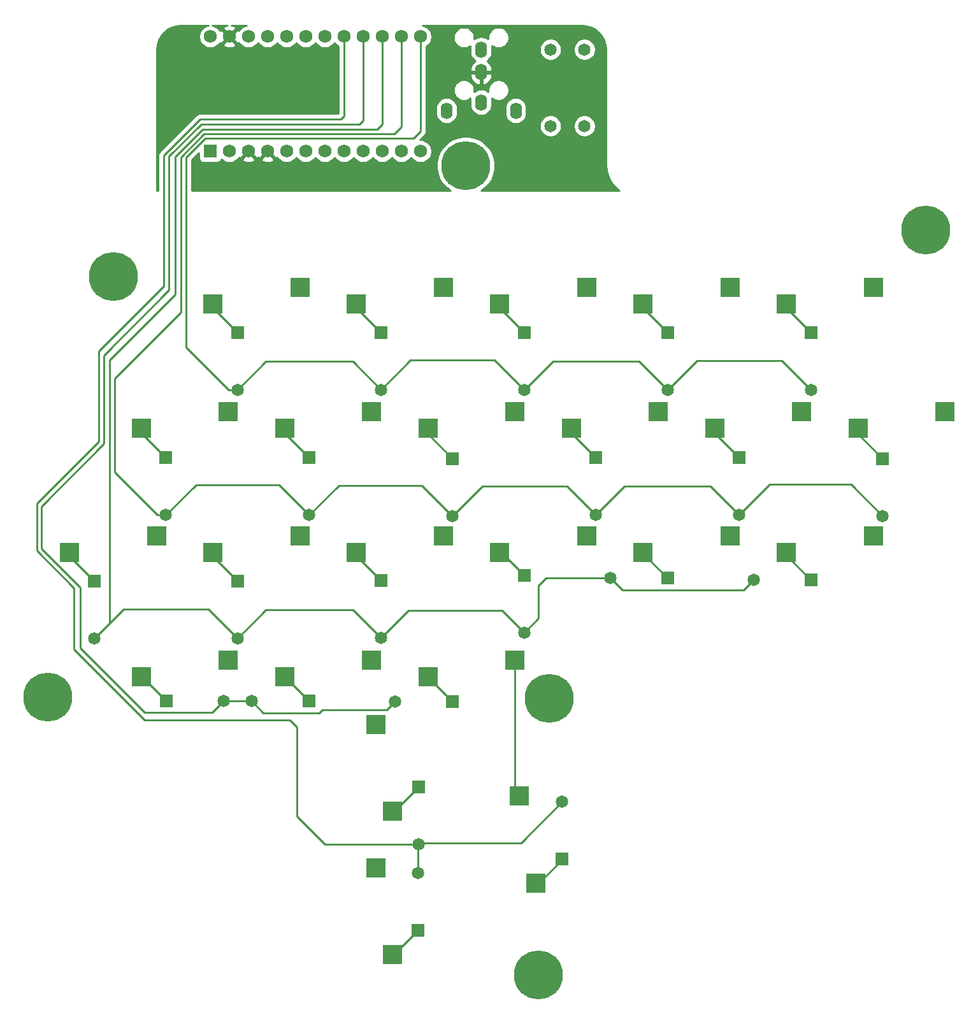
<source format=gbr>
%TF.GenerationSoftware,KiCad,Pcbnew,5.1.10-88a1d61d58~88~ubuntu20.04.1*%
%TF.CreationDate,2021-05-20T13:35:29+01:00*%
%TF.ProjectId,scrawler,73637261-776c-4657-922e-6b696361645f,rev?*%
%TF.SameCoordinates,Original*%
%TF.FileFunction,Copper,L1,Top*%
%TF.FilePolarity,Positive*%
%FSLAX46Y46*%
G04 Gerber Fmt 4.6, Leading zero omitted, Abs format (unit mm)*
G04 Created by KiCad (PCBNEW 5.1.10-88a1d61d58~88~ubuntu20.04.1) date 2021-05-20 13:35:29*
%MOMM*%
%LPD*%
G01*
G04 APERTURE LIST*
%TA.AperFunction,ComponentPad*%
%ADD10C,6.500000*%
%TD*%
%TA.AperFunction,ComponentPad*%
%ADD11C,1.651000*%
%TD*%
%TA.AperFunction,ComponentPad*%
%ADD12C,1.752600*%
%TD*%
%TA.AperFunction,ComponentPad*%
%ADD13R,1.752600X1.752600*%
%TD*%
%TA.AperFunction,ComponentPad*%
%ADD14O,1.600000X2.200000*%
%TD*%
%TA.AperFunction,SMDPad,CuDef*%
%ADD15R,2.600000X2.600000*%
%TD*%
%TA.AperFunction,ComponentPad*%
%ADD16R,1.651000X1.651000*%
%TD*%
%TA.AperFunction,ViaPad*%
%ADD17C,0.800000*%
%TD*%
%TA.AperFunction,Conductor*%
%ADD18C,0.254000*%
%TD*%
%TA.AperFunction,Conductor*%
%ADD19C,0.100000*%
%TD*%
G04 APERTURE END LIST*
D10*
%TO.P,H5,*%
%TO.N,*%
X149631400Y-43421300D03*
%TD*%
D11*
%TO.P,R2,2*%
%TO.N,SCL*%
X160896300Y-38150800D03*
%TO.P,R2,1*%
%TO.N,VCC*%
X160896300Y-27990800D03*
%TD*%
%TO.P,R1,2*%
%TO.N,SDA*%
X165417500Y-38163500D03*
%TO.P,R1,1*%
%TO.N,VCC*%
X165417500Y-28003500D03*
%TD*%
D12*
%TO.P,U2,24*%
%TO.N,Net-(U2-Pad24)*%
X115684300Y-26276300D03*
%TO.P,U2,12*%
%TO.N,COL5*%
X143624300Y-41516300D03*
%TO.P,U2,23*%
%TO.N,GND*%
X118224300Y-26276300D03*
%TO.P,U2,22*%
%TO.N,RESET*%
X120764300Y-26276300D03*
%TO.P,U2,21*%
%TO.N,VCC*%
X123304300Y-26276300D03*
%TO.P,U2,20*%
%TO.N,Net-(U2-Pad20)*%
X125844300Y-26276300D03*
%TO.P,U2,19*%
%TO.N,Net-(U2-Pad19)*%
X128384300Y-26276300D03*
%TO.P,U2,18*%
%TO.N,Net-(U2-Pad18)*%
X130924300Y-26276300D03*
%TO.P,U2,17*%
%TO.N,ROW4*%
X133464300Y-26276300D03*
%TO.P,U2,16*%
%TO.N,ROW3*%
X136004300Y-26276300D03*
%TO.P,U2,15*%
%TO.N,ROW2*%
X138544300Y-26276300D03*
%TO.P,U2,14*%
%TO.N,ROW1*%
X141084300Y-26276300D03*
%TO.P,U2,13*%
%TO.N,ROW0*%
X143624300Y-26276300D03*
%TO.P,U2,11*%
%TO.N,COL4*%
X141084300Y-41516300D03*
%TO.P,U2,10*%
%TO.N,COL3*%
X138544300Y-41516300D03*
%TO.P,U2,9*%
%TO.N,COL2*%
X136004300Y-41516300D03*
%TO.P,U2,8*%
%TO.N,COL1*%
X133464300Y-41516300D03*
%TO.P,U2,7*%
%TO.N,COL0*%
X130924300Y-41516300D03*
%TO.P,U2,6*%
%TO.N,SCL*%
X128384300Y-41516300D03*
%TO.P,U2,5*%
%TO.N,SDA*%
X125844300Y-41516300D03*
%TO.P,U2,4*%
%TO.N,GND*%
X123304300Y-41516300D03*
%TO.P,U2,3*%
X120764300Y-41516300D03*
%TO.P,U2,2*%
%TO.N,Net-(U2-Pad2)*%
X118224300Y-41516300D03*
D13*
%TO.P,U2,1*%
%TO.N,Net-(U2-Pad1)*%
X115684300Y-41516300D03*
%TD*%
D10*
%TO.P,H6,*%
%TO.N,*%
X210731100Y-51968400D03*
%TD*%
%TO.P,H4,*%
%TO.N,*%
X94094300Y-114046000D03*
%TD*%
%TO.P,H3,*%
%TO.N,*%
X102781100Y-58204100D03*
%TD*%
%TO.P,H2,*%
%TO.N,*%
X159308800Y-150990300D03*
%TD*%
%TO.P,H1,*%
%TO.N,*%
X160731200Y-114236500D03*
%TD*%
D14*
%TO.P,U1,3*%
%TO.N,GND*%
X151688800Y-31015800D03*
%TO.P,U1,4*%
%TO.N,VCC*%
X151688800Y-28015800D03*
%TO.P,U1,2*%
%TO.N,SDA*%
X151688800Y-35015800D03*
%TO.P,U1,1*%
%TO.N,SCL*%
X147088800Y-36115800D03*
X156288800Y-36115800D03*
%TD*%
D15*
%TO.P,SW23,1*%
%TO.N,Net-(D23-Pad2)*%
X158921500Y-138733200D03*
%TO.P,SW23,2*%
%TO.N,COL2*%
X156721500Y-127183200D03*
%TD*%
%TO.P,SW22,1*%
%TO.N,Net-(D22-Pad2)*%
X139871500Y-148258200D03*
%TO.P,SW22,2*%
%TO.N,COL1*%
X137671500Y-136708200D03*
%TD*%
%TO.P,SW21,1*%
%TO.N,Net-(D21-Pad2)*%
X139871500Y-129208200D03*
%TO.P,SW21,2*%
%TO.N,COL0*%
X137671500Y-117658200D03*
%TD*%
%TO.P,SW20,1*%
%TO.N,Net-(D20-Pad2)*%
X144616500Y-111360000D03*
%TO.P,SW20,2*%
%TO.N,COL2*%
X156166500Y-109160000D03*
%TD*%
%TO.P,SW19,1*%
%TO.N,Net-(D19-Pad2)*%
X125566500Y-111360000D03*
%TO.P,SW19,2*%
%TO.N,COL1*%
X137116500Y-109160000D03*
%TD*%
%TO.P,SW18,1*%
%TO.N,Net-(D18-Pad2)*%
X106516500Y-111360000D03*
%TO.P,SW18,2*%
%TO.N,COL0*%
X118066500Y-109160000D03*
%TD*%
%TO.P,SW17,1*%
%TO.N,Net-(D17-Pad2)*%
X192241500Y-94850000D03*
%TO.P,SW17,2*%
%TO.N,COL5*%
X203791500Y-92650000D03*
%TD*%
%TO.P,SW16,1*%
%TO.N,Net-(D16-Pad2)*%
X173191500Y-94850000D03*
%TO.P,SW16,2*%
%TO.N,COL4*%
X184741500Y-92650000D03*
%TD*%
%TO.P,SW15,1*%
%TO.N,Net-(D15-Pad2)*%
X154141500Y-94850000D03*
%TO.P,SW15,2*%
%TO.N,COL3*%
X165691500Y-92650000D03*
%TD*%
%TO.P,SW14,1*%
%TO.N,Net-(D14-Pad2)*%
X135091500Y-94850000D03*
%TO.P,SW14,2*%
%TO.N,COL2*%
X146641500Y-92650000D03*
%TD*%
%TO.P,SW13,1*%
%TO.N,Net-(D13-Pad2)*%
X116041500Y-94850000D03*
%TO.P,SW13,2*%
%TO.N,COL1*%
X127591500Y-92650000D03*
%TD*%
%TO.P,SW12,1*%
%TO.N,Net-(D12-Pad2)*%
X96991500Y-94850000D03*
%TO.P,SW12,2*%
%TO.N,COL0*%
X108541500Y-92650000D03*
%TD*%
%TO.P,SW11,1*%
%TO.N,Net-(D11-Pad2)*%
X201766500Y-78340000D03*
%TO.P,SW11,2*%
%TO.N,COL5*%
X213316500Y-76140000D03*
%TD*%
%TO.P,SW10,1*%
%TO.N,Net-(D10-Pad2)*%
X182716500Y-78340000D03*
%TO.P,SW10,2*%
%TO.N,COL4*%
X194266500Y-76140000D03*
%TD*%
%TO.P,SW9,1*%
%TO.N,Net-(D9-Pad2)*%
X163666500Y-78340000D03*
%TO.P,SW9,2*%
%TO.N,COL3*%
X175216500Y-76140000D03*
%TD*%
%TO.P,SW8,1*%
%TO.N,Net-(D8-Pad2)*%
X144616500Y-78340000D03*
%TO.P,SW8,2*%
%TO.N,COL2*%
X156166500Y-76140000D03*
%TD*%
%TO.P,SW7,1*%
%TO.N,Net-(D7-Pad2)*%
X125566500Y-78340000D03*
%TO.P,SW7,2*%
%TO.N,COL1*%
X137116500Y-76140000D03*
%TD*%
%TO.P,SW6,1*%
%TO.N,Net-(D6-Pad2)*%
X106516500Y-78340000D03*
%TO.P,SW6,2*%
%TO.N,COL0*%
X118066500Y-76140000D03*
%TD*%
%TO.P,SW5,1*%
%TO.N,Net-(D5-Pad2)*%
X192241500Y-61830000D03*
%TO.P,SW5,2*%
%TO.N,COL4*%
X203791500Y-59630000D03*
%TD*%
%TO.P,SW4,1*%
%TO.N,Net-(D4-Pad2)*%
X173191500Y-61830000D03*
%TO.P,SW4,2*%
%TO.N,COL3*%
X184741500Y-59630000D03*
%TD*%
%TO.P,SW3,1*%
%TO.N,Net-(D3-Pad2)*%
X154141500Y-61830000D03*
%TO.P,SW3,2*%
%TO.N,COL2*%
X165691500Y-59630000D03*
%TD*%
%TO.P,SW2,1*%
%TO.N,Net-(D2-Pad2)*%
X135091500Y-61830000D03*
%TO.P,SW2,2*%
%TO.N,COL1*%
X146641500Y-59630000D03*
%TD*%
%TO.P,SW1,1*%
%TO.N,Net-(D1-Pad2)*%
X116041500Y-61830000D03*
%TO.P,SW1,2*%
%TO.N,COL0*%
X127591500Y-59630000D03*
%TD*%
D16*
%TO.P,D23,2*%
%TO.N,Net-(D23-Pad2)*%
X162433000Y-135572500D03*
D11*
%TO.P,D23,1*%
%TO.N,ROW4*%
X162433000Y-127952500D03*
%TD*%
D16*
%TO.P,D22,2*%
%TO.N,Net-(D22-Pad2)*%
X143319500Y-145034000D03*
D11*
%TO.P,D22,1*%
%TO.N,ROW4*%
X143319500Y-137414000D03*
%TD*%
D16*
%TO.P,D21,2*%
%TO.N,Net-(D21-Pad2)*%
X143383000Y-125984000D03*
D11*
%TO.P,D21,1*%
%TO.N,ROW4*%
X143383000Y-133604000D03*
%TD*%
D16*
%TO.P,D20,2*%
%TO.N,Net-(D20-Pad2)*%
X147828000Y-114617500D03*
D11*
%TO.P,D20,1*%
%TO.N,ROW3*%
X140208000Y-114617500D03*
%TD*%
D16*
%TO.P,D19,2*%
%TO.N,Net-(D19-Pad2)*%
X128778000Y-114554000D03*
D11*
%TO.P,D19,1*%
%TO.N,ROW3*%
X121158000Y-114554000D03*
%TD*%
D16*
%TO.P,D18,2*%
%TO.N,Net-(D18-Pad2)*%
X109855000Y-114554000D03*
D11*
%TO.P,D18,1*%
%TO.N,ROW3*%
X117475000Y-114554000D03*
%TD*%
D16*
%TO.P,D17,2*%
%TO.N,Net-(D17-Pad2)*%
X195516500Y-98488500D03*
D11*
%TO.P,D17,1*%
%TO.N,ROW2*%
X187896500Y-98488500D03*
%TD*%
D16*
%TO.P,D16,2*%
%TO.N,Net-(D16-Pad2)*%
X176466500Y-98234500D03*
D11*
%TO.P,D16,1*%
%TO.N,ROW2*%
X168846500Y-98234500D03*
%TD*%
D16*
%TO.P,D15,2*%
%TO.N,Net-(D15-Pad2)*%
X157416500Y-97853500D03*
D11*
%TO.P,D15,1*%
%TO.N,ROW2*%
X157416500Y-105473500D03*
%TD*%
D16*
%TO.P,D14,2*%
%TO.N,Net-(D14-Pad2)*%
X138366500Y-98552000D03*
D11*
%TO.P,D14,1*%
%TO.N,ROW2*%
X138366500Y-106172000D03*
%TD*%
D16*
%TO.P,D13,2*%
%TO.N,Net-(D13-Pad2)*%
X119316500Y-98615500D03*
D11*
%TO.P,D13,1*%
%TO.N,ROW2*%
X119316500Y-106235500D03*
%TD*%
D16*
%TO.P,D12,2*%
%TO.N,Net-(D12-Pad2)*%
X100266500Y-98615500D03*
D11*
%TO.P,D12,1*%
%TO.N,ROW2*%
X100266500Y-106235500D03*
%TD*%
D16*
%TO.P,D11,2*%
%TO.N,Net-(D11-Pad2)*%
X205041500Y-82359500D03*
D11*
%TO.P,D11,1*%
%TO.N,ROW1*%
X205041500Y-89979500D03*
%TD*%
D16*
%TO.P,D10,2*%
%TO.N,Net-(D10-Pad2)*%
X185991500Y-82232500D03*
D11*
%TO.P,D10,1*%
%TO.N,ROW1*%
X185991500Y-89852500D03*
%TD*%
D16*
%TO.P,D9,2*%
%TO.N,Net-(D9-Pad2)*%
X166941500Y-82232500D03*
D11*
%TO.P,D9,1*%
%TO.N,ROW1*%
X166941500Y-89852500D03*
%TD*%
D16*
%TO.P,D8,2*%
%TO.N,Net-(D8-Pad2)*%
X147891500Y-82391250D03*
D11*
%TO.P,D8,1*%
%TO.N,ROW1*%
X147891500Y-90011250D03*
%TD*%
D16*
%TO.P,D7,2*%
%TO.N,Net-(D7-Pad2)*%
X128841500Y-82232500D03*
D11*
%TO.P,D7,1*%
%TO.N,ROW1*%
X128841500Y-89852500D03*
%TD*%
D16*
%TO.P,D6,2*%
%TO.N,Net-(D6-Pad2)*%
X109791500Y-82232500D03*
D11*
%TO.P,D6,1*%
%TO.N,ROW1*%
X109791500Y-89852500D03*
%TD*%
D16*
%TO.P,D5,2*%
%TO.N,Net-(D5-Pad2)*%
X195516500Y-65595500D03*
D11*
%TO.P,D5,1*%
%TO.N,ROW0*%
X195516500Y-73215500D03*
%TD*%
D16*
%TO.P,D4,2*%
%TO.N,Net-(D4-Pad2)*%
X176466500Y-65595500D03*
D11*
%TO.P,D4,1*%
%TO.N,ROW0*%
X176466500Y-73215500D03*
%TD*%
D16*
%TO.P,D3,2*%
%TO.N,Net-(D3-Pad2)*%
X157416500Y-65595500D03*
D11*
%TO.P,D3,1*%
%TO.N,ROW0*%
X157416500Y-73215500D03*
%TD*%
D16*
%TO.P,D2,2*%
%TO.N,Net-(D2-Pad2)*%
X138366500Y-65595500D03*
D11*
%TO.P,D2,1*%
%TO.N,ROW0*%
X138366500Y-73215500D03*
%TD*%
D16*
%TO.P,D1,2*%
%TO.N,Net-(D1-Pad2)*%
X119316500Y-65595500D03*
D11*
%TO.P,D1,1*%
%TO.N,ROW0*%
X119316500Y-73215500D03*
%TD*%
D17*
%TO.N,COL0*%
X118066500Y-76140000D03*
X127591500Y-59630000D03*
X108541500Y-92650000D03*
X118066500Y-109160000D03*
X137671500Y-117658200D03*
%TO.N,COL1*%
X137116500Y-76140000D03*
X146641500Y-59630000D03*
X127591500Y-92650000D03*
X137116500Y-109160000D03*
X137671500Y-136708200D03*
%TO.N,COL2*%
X156166500Y-76140000D03*
X165691500Y-59630000D03*
X146641500Y-92650000D03*
X156166500Y-109160000D03*
X156721500Y-127183200D03*
%TO.N,COL3*%
X175216500Y-76140000D03*
X184741500Y-59630000D03*
X165691500Y-92650000D03*
%TO.N,COL4*%
X194266500Y-76140000D03*
X203791500Y-59630000D03*
X184741500Y-92650000D03*
%TO.N,COL5*%
X213316500Y-76140000D03*
X203791500Y-92650000D03*
%TD*%
D18*
%TO.N,Net-(D1-Pad2)*%
X116041500Y-62320500D02*
X119316500Y-65595500D01*
X116041500Y-61830000D02*
X116041500Y-62320500D01*
%TO.N,ROW0*%
X119316500Y-73215500D02*
X123063000Y-69469000D01*
X134620000Y-69469000D02*
X138366500Y-73215500D01*
X123063000Y-69469000D02*
X134620000Y-69469000D01*
X138366500Y-73215500D02*
X142303500Y-69278500D01*
X153479500Y-69278500D02*
X157416500Y-73215500D01*
X142303500Y-69278500D02*
X153479500Y-69278500D01*
X157416500Y-73215500D02*
X161226500Y-69405500D01*
X172656500Y-69405500D02*
X176466500Y-73215500D01*
X161226500Y-69405500D02*
X172656500Y-69405500D01*
X176466500Y-73215500D02*
X180340000Y-69342000D01*
X191643000Y-69342000D02*
X195516500Y-73215500D01*
X180340000Y-69342000D02*
X191643000Y-69342000D01*
X142659100Y-39827200D02*
X143624300Y-38862000D01*
X115032198Y-39827200D02*
X142659100Y-39827200D01*
X143624300Y-38862000D02*
X143624300Y-26276300D01*
X112489499Y-42369899D02*
X115032198Y-39827200D01*
X112489499Y-67555932D02*
X112489499Y-42369899D01*
X118149067Y-73215500D02*
X112489499Y-67555932D01*
X119316500Y-73215500D02*
X118149067Y-73215500D01*
%TO.N,Net-(D2-Pad2)*%
X135091500Y-62320500D02*
X138366500Y-65595500D01*
X135091500Y-61830000D02*
X135091500Y-62320500D01*
%TO.N,Net-(D3-Pad2)*%
X154141500Y-62320500D02*
X157416500Y-65595500D01*
X154141500Y-61830000D02*
X154141500Y-62320500D01*
%TO.N,Net-(D4-Pad2)*%
X173191500Y-62320500D02*
X176466500Y-65595500D01*
X173191500Y-61830000D02*
X173191500Y-62320500D01*
%TO.N,Net-(D5-Pad2)*%
X192241500Y-62320500D02*
X195516500Y-65595500D01*
X192241500Y-61830000D02*
X192241500Y-62320500D01*
%TO.N,Net-(D6-Pad2)*%
X106516500Y-78957500D02*
X109791500Y-82232500D01*
X106516500Y-78340000D02*
X106516500Y-78957500D01*
%TO.N,ROW1*%
X109791500Y-89852500D02*
X113792000Y-85852000D01*
X124841000Y-85852000D02*
X128841500Y-89852500D01*
X113792000Y-85852000D02*
X124841000Y-85852000D01*
X128841500Y-89852500D02*
X132778500Y-85915500D01*
X143795750Y-85915500D02*
X147891500Y-90011250D01*
X132778500Y-85915500D02*
X143795750Y-85915500D01*
X147891500Y-90011250D02*
X151860250Y-86042500D01*
X163131500Y-86042500D02*
X166941500Y-89852500D01*
X151860250Y-86042500D02*
X163131500Y-86042500D01*
X166941500Y-89852500D02*
X170751500Y-86042500D01*
X182181500Y-86042500D02*
X185991500Y-89852500D01*
X170751500Y-86042500D02*
X182181500Y-86042500D01*
X185991500Y-89852500D02*
X190055500Y-85788500D01*
X200850500Y-85788500D02*
X205041500Y-89979500D01*
X190055500Y-85788500D02*
X200850500Y-85788500D01*
X141084300Y-38290500D02*
X141084300Y-26276300D01*
X111760000Y-42316400D02*
X114884200Y-39192200D01*
X111760000Y-62928500D02*
X111760000Y-42316400D01*
X140182600Y-39192200D02*
X141084300Y-38290500D01*
X102964499Y-71724001D02*
X111760000Y-62928500D01*
X102964499Y-84192932D02*
X102964499Y-71724001D01*
X114884200Y-39192200D02*
X140182600Y-39192200D01*
X108624067Y-89852500D02*
X102964499Y-84192932D01*
X109791500Y-89852500D02*
X108624067Y-89852500D01*
%TO.N,Net-(D7-Pad2)*%
X125566500Y-78957500D02*
X128841500Y-82232500D01*
X125566500Y-78340000D02*
X125566500Y-78957500D01*
%TO.N,Net-(D8-Pad2)*%
X144616500Y-79116250D02*
X147891500Y-82391250D01*
X144616500Y-78340000D02*
X144616500Y-79116250D01*
%TO.N,Net-(D9-Pad2)*%
X163666500Y-78957500D02*
X166941500Y-82232500D01*
X163666500Y-78340000D02*
X163666500Y-78957500D01*
%TO.N,Net-(D10-Pad2)*%
X182716500Y-78957500D02*
X185991500Y-82232500D01*
X182716500Y-78340000D02*
X182716500Y-78957500D01*
%TO.N,Net-(D11-Pad2)*%
X201766500Y-78340000D02*
X202292000Y-78340000D01*
X201766500Y-79084500D02*
X205041500Y-82359500D01*
X201766500Y-78340000D02*
X201766500Y-79084500D01*
%TO.N,Net-(D12-Pad2)*%
X96991500Y-95340500D02*
X100266500Y-98615500D01*
X96991500Y-94850000D02*
X96991500Y-95340500D01*
%TO.N,ROW2*%
X187896500Y-98488500D02*
X186563000Y-99822000D01*
X170434000Y-99822000D02*
X168846500Y-98234500D01*
X186563000Y-99822000D02*
X170434000Y-99822000D01*
X168846500Y-98234500D02*
X160337500Y-98234500D01*
X160337500Y-98234500D02*
X159321500Y-99250500D01*
X159321500Y-103568500D02*
X157416500Y-105473500D01*
X159321500Y-99250500D02*
X159321500Y-103568500D01*
X157416500Y-105473500D02*
X154495500Y-102552500D01*
X141986000Y-102552500D02*
X138366500Y-106172000D01*
X154495500Y-102552500D02*
X141986000Y-102552500D01*
X138366500Y-106172000D02*
X134683500Y-102489000D01*
X123063000Y-102489000D02*
X119316500Y-106235500D01*
X134683500Y-102489000D02*
X123063000Y-102489000D01*
X119316500Y-106235500D02*
X115443000Y-102362000D01*
X104140000Y-102362000D02*
X100266500Y-106235500D01*
X115443000Y-102362000D02*
X104140000Y-102362000D01*
X138544300Y-37896800D02*
X138544300Y-26276300D01*
X137871200Y-38569900D02*
X138544300Y-37896800D01*
X114693700Y-38569900D02*
X137871200Y-38569900D01*
X110998000Y-42265600D02*
X114693700Y-38569900D01*
X110998000Y-60546494D02*
X110998000Y-42265600D01*
X102308001Y-69236493D02*
X110998000Y-60546494D01*
X102308001Y-104193999D02*
X102308001Y-69236493D01*
X100266500Y-106235500D02*
X102308001Y-104193999D01*
%TO.N,Net-(D13-Pad2)*%
X116041500Y-95340500D02*
X119316500Y-98615500D01*
X116041500Y-94850000D02*
X116041500Y-95340500D01*
%TO.N,Net-(D14-Pad2)*%
X135091500Y-95277000D02*
X138366500Y-98552000D01*
X135091500Y-94850000D02*
X135091500Y-95277000D01*
%TO.N,Net-(D15-Pad2)*%
X154141500Y-94850000D02*
X154141500Y-95277000D01*
X154413000Y-94850000D02*
X157416500Y-97853500D01*
X154141500Y-94850000D02*
X154413000Y-94850000D01*
%TO.N,Net-(D16-Pad2)*%
X173191500Y-94959500D02*
X176466500Y-98234500D01*
X173191500Y-94850000D02*
X173191500Y-94959500D01*
%TO.N,Net-(D17-Pad2)*%
X192241500Y-95213500D02*
X195516500Y-98488500D01*
X192241500Y-94850000D02*
X192241500Y-95213500D01*
%TO.N,Net-(D18-Pad2)*%
X106516500Y-111360000D02*
X106516500Y-111723500D01*
X106661000Y-111360000D02*
X109855000Y-114554000D01*
X106516500Y-111360000D02*
X106661000Y-111360000D01*
%TO.N,ROW3*%
X117475000Y-114554000D02*
X121158000Y-114554000D01*
X139118999Y-115706501D02*
X130609999Y-115706501D01*
X140208000Y-114617500D02*
X139118999Y-115706501D01*
X130609999Y-115706501D02*
X130175000Y-116141500D01*
X122745500Y-116141500D02*
X121158000Y-114554000D01*
X130175000Y-116141500D02*
X122745500Y-116141500D01*
X136004300Y-37452300D02*
X136004300Y-26276300D01*
X115912900Y-116116100D02*
X107010200Y-116116100D01*
X107010200Y-116116100D02*
X98412300Y-107518200D01*
X98412300Y-99459402D02*
X93230700Y-94277802D01*
X110210600Y-59982100D02*
X110210600Y-42176700D01*
X98412300Y-107518200D02*
X98412300Y-99459402D01*
X135534400Y-37922200D02*
X136004300Y-37452300D01*
X93230700Y-94277802D02*
X93230700Y-88692506D01*
X93230700Y-88692506D02*
X101549200Y-80374006D01*
X101549200Y-80374006D02*
X101549200Y-68643500D01*
X101549200Y-68643500D02*
X110210600Y-59982100D01*
X110210600Y-42176700D02*
X114465100Y-37922200D01*
X117475000Y-114554000D02*
X115912900Y-116116100D01*
X114465100Y-37922200D02*
X135534400Y-37922200D01*
%TO.N,Net-(D19-Pad2)*%
X125566500Y-111360000D02*
X125566500Y-112358500D01*
X125584000Y-111360000D02*
X128778000Y-114554000D01*
X125566500Y-111360000D02*
X125584000Y-111360000D01*
%TO.N,Net-(D20-Pad2)*%
X144616500Y-111406000D02*
X147828000Y-114617500D01*
X144616500Y-111360000D02*
X144616500Y-111406000D01*
%TO.N,Net-(D21-Pad2)*%
X140158800Y-129208200D02*
X143383000Y-125984000D01*
X139871500Y-129208200D02*
X140158800Y-129208200D01*
%TO.N,ROW4*%
X143319500Y-133667500D02*
X143383000Y-133604000D01*
X143319500Y-137414000D02*
X143319500Y-133667500D01*
X143570301Y-133416699D02*
X143383000Y-133604000D01*
X156968801Y-133416699D02*
X143570301Y-133416699D01*
X162433000Y-127952500D02*
X156968801Y-133416699D01*
X109512100Y-42087800D02*
X114325400Y-37274500D01*
X133464300Y-36830000D02*
X133464300Y-26276300D01*
X109512100Y-59410600D02*
X109512100Y-42087800D01*
X143383000Y-133604000D02*
X130955294Y-133604000D01*
X130955294Y-133604000D02*
X127228600Y-129877306D01*
X127228600Y-129877306D02*
X127228600Y-118046500D01*
X100838000Y-68084700D02*
X109512100Y-59410600D01*
X114325400Y-37274500D02*
X133019800Y-37274500D01*
X126250700Y-117068600D02*
X106972100Y-117068600D01*
X106972100Y-117068600D02*
X97612200Y-107708700D01*
X133019800Y-37274500D02*
X133464300Y-36830000D01*
X97586800Y-99580700D02*
X92621100Y-94615000D01*
X97612200Y-107708700D02*
X97612200Y-99580700D01*
X97612200Y-99580700D02*
X97586800Y-99580700D01*
X92621100Y-88342406D02*
X100838000Y-80125506D01*
X92621100Y-94615000D02*
X92621100Y-88342406D01*
X127228600Y-118046500D02*
X126250700Y-117068600D01*
X100838000Y-80125506D02*
X100838000Y-68084700D01*
%TO.N,Net-(D22-Pad2)*%
X140031800Y-148258200D02*
X143256000Y-145034000D01*
X139871500Y-148258200D02*
X140031800Y-148258200D01*
%TO.N,Net-(D23-Pad2)*%
X159399300Y-138733200D02*
X162623500Y-135509000D01*
X158921500Y-138733200D02*
X159399300Y-138733200D01*
%TO.N,COL2*%
X156166500Y-126628200D02*
X156721500Y-127183200D01*
X156166500Y-109160000D02*
X156166500Y-126628200D01*
%TD*%
%TO.N,GND*%
X165711222Y-24853096D02*
X166299164Y-25030606D01*
X166841436Y-25318937D01*
X167317364Y-25707094D01*
X167708845Y-26180314D01*
X168000951Y-26720552D01*
X168182563Y-27307244D01*
X168250001Y-27948888D01*
X168250000Y-43212418D01*
X168252975Y-43242626D01*
X168252809Y-43266416D01*
X168253709Y-43275587D01*
X168331433Y-44015095D01*
X168343458Y-44073675D01*
X168354670Y-44132453D01*
X168357334Y-44141274D01*
X168577217Y-44851601D01*
X168600392Y-44906731D01*
X168622806Y-44962210D01*
X168627133Y-44970346D01*
X168980799Y-45624437D01*
X169014244Y-45674021D01*
X169047004Y-45724084D01*
X169052828Y-45731225D01*
X169526805Y-46304165D01*
X169569241Y-46346305D01*
X169611104Y-46389055D01*
X169618205Y-46394928D01*
X170020716Y-46723208D01*
X151693313Y-46716023D01*
X152107943Y-46438977D01*
X152649077Y-45897843D01*
X153074242Y-45261538D01*
X153367102Y-44554513D01*
X153516400Y-43803939D01*
X153516400Y-43038661D01*
X153367102Y-42288087D01*
X153074242Y-41581062D01*
X152649077Y-40944757D01*
X152107943Y-40403623D01*
X151471638Y-39978458D01*
X150764613Y-39685598D01*
X150014039Y-39536300D01*
X149248761Y-39536300D01*
X148498187Y-39685598D01*
X147791162Y-39978458D01*
X147154857Y-40403623D01*
X146613723Y-40944757D01*
X146188558Y-41581062D01*
X145895698Y-42288087D01*
X145746400Y-43038661D01*
X145746400Y-43803939D01*
X145895698Y-44554513D01*
X146188558Y-45261538D01*
X146613723Y-45897843D01*
X147154857Y-46438977D01*
X147567066Y-46714406D01*
X113251499Y-46700954D01*
X113251499Y-42685529D01*
X114169928Y-41767100D01*
X114169928Y-42392600D01*
X114182188Y-42517082D01*
X114218498Y-42636780D01*
X114277463Y-42747094D01*
X114356815Y-42843785D01*
X114453506Y-42923137D01*
X114563820Y-42982102D01*
X114683518Y-43018412D01*
X114808000Y-43030672D01*
X116560600Y-43030672D01*
X116685082Y-43018412D01*
X116804780Y-42982102D01*
X116915094Y-42923137D01*
X117011785Y-42843785D01*
X117091137Y-42747094D01*
X117150102Y-42636780D01*
X117163456Y-42592758D01*
X117260902Y-42690204D01*
X117508431Y-42855597D01*
X117783470Y-42969522D01*
X118075450Y-43027600D01*
X118373150Y-43027600D01*
X118665130Y-42969522D01*
X118940169Y-42855597D01*
X119187698Y-42690204D01*
X119314433Y-42563469D01*
X119896737Y-42563469D01*
X119977554Y-42815229D01*
X120246079Y-42943757D01*
X120534519Y-43017429D01*
X120831791Y-43033413D01*
X121126467Y-42991096D01*
X121407227Y-42892102D01*
X121551046Y-42815229D01*
X121631863Y-42563469D01*
X122436737Y-42563469D01*
X122517554Y-42815229D01*
X122786079Y-42943757D01*
X123074519Y-43017429D01*
X123371791Y-43033413D01*
X123666467Y-42991096D01*
X123947227Y-42892102D01*
X124091046Y-42815229D01*
X124171863Y-42563469D01*
X123304300Y-41695905D01*
X122436737Y-42563469D01*
X121631863Y-42563469D01*
X120764300Y-41695905D01*
X119896737Y-42563469D01*
X119314433Y-42563469D01*
X119398204Y-42479698D01*
X119507255Y-42316491D01*
X119717131Y-42383863D01*
X120584695Y-41516300D01*
X120570552Y-41502158D01*
X120750158Y-41322552D01*
X120764300Y-41336695D01*
X120778442Y-41322552D01*
X120958048Y-41502158D01*
X120943905Y-41516300D01*
X121811469Y-42383863D01*
X122034300Y-42312332D01*
X122257131Y-42383863D01*
X123124695Y-41516300D01*
X123110552Y-41502158D01*
X123290158Y-41322552D01*
X123304300Y-41336695D01*
X123318442Y-41322552D01*
X123498048Y-41502158D01*
X123483905Y-41516300D01*
X124351469Y-42383863D01*
X124561345Y-42316491D01*
X124670396Y-42479698D01*
X124880902Y-42690204D01*
X125128431Y-42855597D01*
X125403470Y-42969522D01*
X125695450Y-43027600D01*
X125993150Y-43027600D01*
X126285130Y-42969522D01*
X126560169Y-42855597D01*
X126807698Y-42690204D01*
X127018204Y-42479698D01*
X127114300Y-42335880D01*
X127210396Y-42479698D01*
X127420902Y-42690204D01*
X127668431Y-42855597D01*
X127943470Y-42969522D01*
X128235450Y-43027600D01*
X128533150Y-43027600D01*
X128825130Y-42969522D01*
X129100169Y-42855597D01*
X129347698Y-42690204D01*
X129558204Y-42479698D01*
X129654300Y-42335880D01*
X129750396Y-42479698D01*
X129960902Y-42690204D01*
X130208431Y-42855597D01*
X130483470Y-42969522D01*
X130775450Y-43027600D01*
X131073150Y-43027600D01*
X131365130Y-42969522D01*
X131640169Y-42855597D01*
X131887698Y-42690204D01*
X132098204Y-42479698D01*
X132194300Y-42335880D01*
X132290396Y-42479698D01*
X132500902Y-42690204D01*
X132748431Y-42855597D01*
X133023470Y-42969522D01*
X133315450Y-43027600D01*
X133613150Y-43027600D01*
X133905130Y-42969522D01*
X134180169Y-42855597D01*
X134427698Y-42690204D01*
X134638204Y-42479698D01*
X134734300Y-42335880D01*
X134830396Y-42479698D01*
X135040902Y-42690204D01*
X135288431Y-42855597D01*
X135563470Y-42969522D01*
X135855450Y-43027600D01*
X136153150Y-43027600D01*
X136445130Y-42969522D01*
X136720169Y-42855597D01*
X136967698Y-42690204D01*
X137178204Y-42479698D01*
X137274300Y-42335880D01*
X137370396Y-42479698D01*
X137580902Y-42690204D01*
X137828431Y-42855597D01*
X138103470Y-42969522D01*
X138395450Y-43027600D01*
X138693150Y-43027600D01*
X138985130Y-42969522D01*
X139260169Y-42855597D01*
X139507698Y-42690204D01*
X139718204Y-42479698D01*
X139814300Y-42335880D01*
X139910396Y-42479698D01*
X140120902Y-42690204D01*
X140368431Y-42855597D01*
X140643470Y-42969522D01*
X140935450Y-43027600D01*
X141233150Y-43027600D01*
X141525130Y-42969522D01*
X141800169Y-42855597D01*
X142047698Y-42690204D01*
X142258204Y-42479698D01*
X142354300Y-42335880D01*
X142450396Y-42479698D01*
X142660902Y-42690204D01*
X142908431Y-42855597D01*
X143183470Y-42969522D01*
X143475450Y-43027600D01*
X143773150Y-43027600D01*
X144065130Y-42969522D01*
X144340169Y-42855597D01*
X144587698Y-42690204D01*
X144798204Y-42479698D01*
X144963597Y-42232169D01*
X145077522Y-41957130D01*
X145135600Y-41665150D01*
X145135600Y-41367450D01*
X145077522Y-41075470D01*
X144963597Y-40800431D01*
X144798204Y-40552902D01*
X144587698Y-40342396D01*
X144340169Y-40177003D01*
X144065130Y-40063078D01*
X143773150Y-40005000D01*
X143558930Y-40005000D01*
X144136653Y-39427278D01*
X144165722Y-39403422D01*
X144216476Y-39341578D01*
X144260945Y-39287393D01*
X144304159Y-39206545D01*
X144331702Y-39155015D01*
X144375274Y-39011378D01*
X144386300Y-38899426D01*
X144386300Y-38899423D01*
X144389986Y-38862000D01*
X144386300Y-38824577D01*
X144386300Y-38006953D01*
X159435800Y-38006953D01*
X159435800Y-38294647D01*
X159491926Y-38576812D01*
X159602021Y-38842606D01*
X159761855Y-39081815D01*
X159965285Y-39285245D01*
X160204494Y-39445079D01*
X160470288Y-39555174D01*
X160752453Y-39611300D01*
X161040147Y-39611300D01*
X161322312Y-39555174D01*
X161588106Y-39445079D01*
X161827315Y-39285245D01*
X162030745Y-39081815D01*
X162190579Y-38842606D01*
X162300674Y-38576812D01*
X162356800Y-38294647D01*
X162356800Y-38019653D01*
X163957000Y-38019653D01*
X163957000Y-38307347D01*
X164013126Y-38589512D01*
X164123221Y-38855306D01*
X164283055Y-39094515D01*
X164486485Y-39297945D01*
X164725694Y-39457779D01*
X164991488Y-39567874D01*
X165273653Y-39624000D01*
X165561347Y-39624000D01*
X165843512Y-39567874D01*
X166109306Y-39457779D01*
X166348515Y-39297945D01*
X166551945Y-39094515D01*
X166711779Y-38855306D01*
X166821874Y-38589512D01*
X166878000Y-38307347D01*
X166878000Y-38019653D01*
X166821874Y-37737488D01*
X166711779Y-37471694D01*
X166551945Y-37232485D01*
X166348515Y-37029055D01*
X166109306Y-36869221D01*
X165843512Y-36759126D01*
X165561347Y-36703000D01*
X165273653Y-36703000D01*
X164991488Y-36759126D01*
X164725694Y-36869221D01*
X164486485Y-37029055D01*
X164283055Y-37232485D01*
X164123221Y-37471694D01*
X164013126Y-37737488D01*
X163957000Y-38019653D01*
X162356800Y-38019653D01*
X162356800Y-38006953D01*
X162300674Y-37724788D01*
X162190579Y-37458994D01*
X162030745Y-37219785D01*
X161827315Y-37016355D01*
X161588106Y-36856521D01*
X161322312Y-36746426D01*
X161040147Y-36690300D01*
X160752453Y-36690300D01*
X160470288Y-36746426D01*
X160204494Y-36856521D01*
X159965285Y-37016355D01*
X159761855Y-37219785D01*
X159602021Y-37458994D01*
X159491926Y-37724788D01*
X159435800Y-38006953D01*
X144386300Y-38006953D01*
X144386300Y-35745309D01*
X145653800Y-35745309D01*
X145653800Y-36486292D01*
X145674564Y-36697109D01*
X145756618Y-36967608D01*
X145889868Y-37216901D01*
X146069193Y-37435408D01*
X146287700Y-37614732D01*
X146536993Y-37747982D01*
X146807492Y-37830036D01*
X147088800Y-37857743D01*
X147370109Y-37830036D01*
X147640608Y-37747982D01*
X147889901Y-37614732D01*
X148108408Y-37435408D01*
X148287732Y-37216901D01*
X148420982Y-36967608D01*
X148503036Y-36697108D01*
X148523800Y-36486291D01*
X148523800Y-35745308D01*
X148503036Y-35534491D01*
X148420982Y-35263992D01*
X148287732Y-35014699D01*
X148108407Y-34796192D01*
X147889900Y-34616868D01*
X147640607Y-34483618D01*
X147370108Y-34401564D01*
X147088800Y-34373857D01*
X146807491Y-34401564D01*
X146536992Y-34483618D01*
X146287699Y-34616868D01*
X146069192Y-34796193D01*
X145889868Y-35014700D01*
X145756618Y-35263993D01*
X145674564Y-35534492D01*
X145653800Y-35745309D01*
X144386300Y-35745309D01*
X144386300Y-33279389D01*
X148003800Y-33279389D01*
X148003800Y-33552211D01*
X148057025Y-33819789D01*
X148161429Y-34071843D01*
X148313001Y-34298686D01*
X148505914Y-34491599D01*
X148732757Y-34643171D01*
X148984811Y-34747575D01*
X149252389Y-34800800D01*
X149525211Y-34800800D01*
X149792789Y-34747575D01*
X150044843Y-34643171D01*
X150268746Y-34493564D01*
X150253800Y-34645309D01*
X150253800Y-35386292D01*
X150274564Y-35597109D01*
X150356618Y-35867608D01*
X150489868Y-36116901D01*
X150669193Y-36335408D01*
X150887700Y-36514732D01*
X151136993Y-36647982D01*
X151407492Y-36730036D01*
X151688800Y-36757743D01*
X151970109Y-36730036D01*
X152240608Y-36647982D01*
X152489901Y-36514732D01*
X152708408Y-36335408D01*
X152887732Y-36116901D01*
X153020982Y-35867608D01*
X153058080Y-35745309D01*
X154853800Y-35745309D01*
X154853800Y-36486292D01*
X154874564Y-36697109D01*
X154956618Y-36967608D01*
X155089868Y-37216901D01*
X155269193Y-37435408D01*
X155487700Y-37614732D01*
X155736993Y-37747982D01*
X156007492Y-37830036D01*
X156288800Y-37857743D01*
X156570109Y-37830036D01*
X156840608Y-37747982D01*
X157089901Y-37614732D01*
X157308408Y-37435408D01*
X157487732Y-37216901D01*
X157620982Y-36967608D01*
X157703036Y-36697108D01*
X157723800Y-36486291D01*
X157723800Y-35745308D01*
X157703036Y-35534491D01*
X157620982Y-35263992D01*
X157487732Y-35014699D01*
X157308407Y-34796192D01*
X157089900Y-34616868D01*
X156840607Y-34483618D01*
X156570108Y-34401564D01*
X156288800Y-34373857D01*
X156007491Y-34401564D01*
X155736992Y-34483618D01*
X155487699Y-34616868D01*
X155269192Y-34796193D01*
X155089868Y-35014700D01*
X154956618Y-35263993D01*
X154874564Y-35534492D01*
X154853800Y-35745309D01*
X153058080Y-35745309D01*
X153103036Y-35597108D01*
X153123800Y-35386291D01*
X153123800Y-34645308D01*
X153108854Y-34493564D01*
X153332757Y-34643171D01*
X153584811Y-34747575D01*
X153852389Y-34800800D01*
X154125211Y-34800800D01*
X154392789Y-34747575D01*
X154644843Y-34643171D01*
X154871686Y-34491599D01*
X155064599Y-34298686D01*
X155216171Y-34071843D01*
X155320575Y-33819789D01*
X155373800Y-33552211D01*
X155373800Y-33279389D01*
X155320575Y-33011811D01*
X155216171Y-32759757D01*
X155064599Y-32532914D01*
X154871686Y-32340001D01*
X154644843Y-32188429D01*
X154392789Y-32084025D01*
X154125211Y-32030800D01*
X153852389Y-32030800D01*
X153584811Y-32084025D01*
X153332757Y-32188429D01*
X153105914Y-32340001D01*
X152913001Y-32532914D01*
X152761429Y-32759757D01*
X152657025Y-33011811D01*
X152603800Y-33279389D01*
X152603800Y-33552211D01*
X152617619Y-33621684D01*
X152489900Y-33516868D01*
X152240607Y-33383618D01*
X151970108Y-33301564D01*
X151688800Y-33273857D01*
X151407491Y-33301564D01*
X151136992Y-33383618D01*
X150887699Y-33516868D01*
X150759981Y-33621684D01*
X150773800Y-33552211D01*
X150773800Y-33279389D01*
X150720575Y-33011811D01*
X150616171Y-32759757D01*
X150464599Y-32532914D01*
X150271686Y-32340001D01*
X150044843Y-32188429D01*
X149792789Y-32084025D01*
X149525211Y-32030800D01*
X149252389Y-32030800D01*
X148984811Y-32084025D01*
X148732757Y-32188429D01*
X148505914Y-32340001D01*
X148313001Y-32532914D01*
X148161429Y-32759757D01*
X148057025Y-33011811D01*
X148003800Y-33279389D01*
X144386300Y-33279389D01*
X144386300Y-31142800D01*
X150253800Y-31142800D01*
X150253800Y-31442800D01*
X150306150Y-31720314D01*
X150411634Y-31982283D01*
X150566199Y-32218639D01*
X150763905Y-32420300D01*
X150997154Y-32579515D01*
X151256982Y-32690167D01*
X151339761Y-32707704D01*
X151561800Y-32585715D01*
X151561800Y-31142800D01*
X151815800Y-31142800D01*
X151815800Y-32585715D01*
X152037839Y-32707704D01*
X152120618Y-32690167D01*
X152380446Y-32579515D01*
X152613695Y-32420300D01*
X152811401Y-32218639D01*
X152965966Y-31982283D01*
X153071450Y-31720314D01*
X153123800Y-31442800D01*
X153123800Y-31142800D01*
X151815800Y-31142800D01*
X151561800Y-31142800D01*
X150253800Y-31142800D01*
X144386300Y-31142800D01*
X144386300Y-27584773D01*
X144587698Y-27450204D01*
X144798204Y-27239698D01*
X144963597Y-26992169D01*
X145077522Y-26717130D01*
X145135600Y-26425150D01*
X145135600Y-26279389D01*
X148003800Y-26279389D01*
X148003800Y-26552211D01*
X148057025Y-26819789D01*
X148161429Y-27071843D01*
X148313001Y-27298686D01*
X148505914Y-27491599D01*
X148732757Y-27643171D01*
X148984811Y-27747575D01*
X149252389Y-27800800D01*
X149525211Y-27800800D01*
X149792789Y-27747575D01*
X150044843Y-27643171D01*
X150268746Y-27493564D01*
X150253800Y-27645309D01*
X150253800Y-28386292D01*
X150274564Y-28597109D01*
X150356618Y-28867608D01*
X150489868Y-29116901D01*
X150669193Y-29335408D01*
X150887700Y-29514732D01*
X150897614Y-29520031D01*
X150763905Y-29611300D01*
X150566199Y-29812961D01*
X150411634Y-30049317D01*
X150306150Y-30311286D01*
X150253800Y-30588800D01*
X150253800Y-30888800D01*
X151561800Y-30888800D01*
X151561800Y-30868800D01*
X151815800Y-30868800D01*
X151815800Y-30888800D01*
X153123800Y-30888800D01*
X153123800Y-30588800D01*
X153071450Y-30311286D01*
X152965966Y-30049317D01*
X152811401Y-29812961D01*
X152613695Y-29611300D01*
X152479987Y-29520031D01*
X152489901Y-29514732D01*
X152708408Y-29335408D01*
X152887732Y-29116901D01*
X153020982Y-28867608D01*
X153103036Y-28597108D01*
X153123800Y-28386291D01*
X153123800Y-27846953D01*
X159435800Y-27846953D01*
X159435800Y-28134647D01*
X159491926Y-28416812D01*
X159602021Y-28682606D01*
X159761855Y-28921815D01*
X159965285Y-29125245D01*
X160204494Y-29285079D01*
X160470288Y-29395174D01*
X160752453Y-29451300D01*
X161040147Y-29451300D01*
X161322312Y-29395174D01*
X161588106Y-29285079D01*
X161827315Y-29125245D01*
X162030745Y-28921815D01*
X162190579Y-28682606D01*
X162300674Y-28416812D01*
X162356800Y-28134647D01*
X162356800Y-27859653D01*
X163957000Y-27859653D01*
X163957000Y-28147347D01*
X164013126Y-28429512D01*
X164123221Y-28695306D01*
X164283055Y-28934515D01*
X164486485Y-29137945D01*
X164725694Y-29297779D01*
X164991488Y-29407874D01*
X165273653Y-29464000D01*
X165561347Y-29464000D01*
X165843512Y-29407874D01*
X166109306Y-29297779D01*
X166348515Y-29137945D01*
X166551945Y-28934515D01*
X166711779Y-28695306D01*
X166821874Y-28429512D01*
X166878000Y-28147347D01*
X166878000Y-27859653D01*
X166821874Y-27577488D01*
X166711779Y-27311694D01*
X166551945Y-27072485D01*
X166348515Y-26869055D01*
X166109306Y-26709221D01*
X165843512Y-26599126D01*
X165561347Y-26543000D01*
X165273653Y-26543000D01*
X164991488Y-26599126D01*
X164725694Y-26709221D01*
X164486485Y-26869055D01*
X164283055Y-27072485D01*
X164123221Y-27311694D01*
X164013126Y-27577488D01*
X163957000Y-27859653D01*
X162356800Y-27859653D01*
X162356800Y-27846953D01*
X162300674Y-27564788D01*
X162190579Y-27298994D01*
X162030745Y-27059785D01*
X161827315Y-26856355D01*
X161588106Y-26696521D01*
X161322312Y-26586426D01*
X161040147Y-26530300D01*
X160752453Y-26530300D01*
X160470288Y-26586426D01*
X160204494Y-26696521D01*
X159965285Y-26856355D01*
X159761855Y-27059785D01*
X159602021Y-27298994D01*
X159491926Y-27564788D01*
X159435800Y-27846953D01*
X153123800Y-27846953D01*
X153123800Y-27645308D01*
X153108854Y-27493564D01*
X153332757Y-27643171D01*
X153584811Y-27747575D01*
X153852389Y-27800800D01*
X154125211Y-27800800D01*
X154392789Y-27747575D01*
X154644843Y-27643171D01*
X154871686Y-27491599D01*
X155064599Y-27298686D01*
X155216171Y-27071843D01*
X155320575Y-26819789D01*
X155373800Y-26552211D01*
X155373800Y-26279389D01*
X155320575Y-26011811D01*
X155216171Y-25759757D01*
X155064599Y-25532914D01*
X154871686Y-25340001D01*
X154644843Y-25188429D01*
X154392789Y-25084025D01*
X154125211Y-25030800D01*
X153852389Y-25030800D01*
X153584811Y-25084025D01*
X153332757Y-25188429D01*
X153105914Y-25340001D01*
X152913001Y-25532914D01*
X152761429Y-25759757D01*
X152657025Y-26011811D01*
X152603800Y-26279389D01*
X152603800Y-26552211D01*
X152617619Y-26621684D01*
X152489900Y-26516868D01*
X152240607Y-26383618D01*
X151970108Y-26301564D01*
X151688800Y-26273857D01*
X151407491Y-26301564D01*
X151136992Y-26383618D01*
X150887699Y-26516868D01*
X150759981Y-26621684D01*
X150773800Y-26552211D01*
X150773800Y-26279389D01*
X150720575Y-26011811D01*
X150616171Y-25759757D01*
X150464599Y-25532914D01*
X150271686Y-25340001D01*
X150044843Y-25188429D01*
X149792789Y-25084025D01*
X149525211Y-25030800D01*
X149252389Y-25030800D01*
X148984811Y-25084025D01*
X148732757Y-25188429D01*
X148505914Y-25340001D01*
X148313001Y-25532914D01*
X148161429Y-25759757D01*
X148057025Y-26011811D01*
X148003800Y-26279389D01*
X145135600Y-26279389D01*
X145135600Y-26127450D01*
X145077522Y-25835470D01*
X144963597Y-25560431D01*
X144798204Y-25312902D01*
X144587698Y-25102396D01*
X144340169Y-24937003D01*
X144065130Y-24823078D01*
X143898834Y-24790000D01*
X165067721Y-24790000D01*
X165711222Y-24853096D01*
%TA.AperFunction,Conductor*%
D19*
G36*
X165711222Y-24853096D02*
G01*
X166299164Y-25030606D01*
X166841436Y-25318937D01*
X167317364Y-25707094D01*
X167708845Y-26180314D01*
X168000951Y-26720552D01*
X168182563Y-27307244D01*
X168250001Y-27948888D01*
X168250000Y-43212418D01*
X168252975Y-43242626D01*
X168252809Y-43266416D01*
X168253709Y-43275587D01*
X168331433Y-44015095D01*
X168343458Y-44073675D01*
X168354670Y-44132453D01*
X168357334Y-44141274D01*
X168577217Y-44851601D01*
X168600392Y-44906731D01*
X168622806Y-44962210D01*
X168627133Y-44970346D01*
X168980799Y-45624437D01*
X169014244Y-45674021D01*
X169047004Y-45724084D01*
X169052828Y-45731225D01*
X169526805Y-46304165D01*
X169569241Y-46346305D01*
X169611104Y-46389055D01*
X169618205Y-46394928D01*
X170020716Y-46723208D01*
X151693313Y-46716023D01*
X152107943Y-46438977D01*
X152649077Y-45897843D01*
X153074242Y-45261538D01*
X153367102Y-44554513D01*
X153516400Y-43803939D01*
X153516400Y-43038661D01*
X153367102Y-42288087D01*
X153074242Y-41581062D01*
X152649077Y-40944757D01*
X152107943Y-40403623D01*
X151471638Y-39978458D01*
X150764613Y-39685598D01*
X150014039Y-39536300D01*
X149248761Y-39536300D01*
X148498187Y-39685598D01*
X147791162Y-39978458D01*
X147154857Y-40403623D01*
X146613723Y-40944757D01*
X146188558Y-41581062D01*
X145895698Y-42288087D01*
X145746400Y-43038661D01*
X145746400Y-43803939D01*
X145895698Y-44554513D01*
X146188558Y-45261538D01*
X146613723Y-45897843D01*
X147154857Y-46438977D01*
X147567066Y-46714406D01*
X113251499Y-46700954D01*
X113251499Y-42685529D01*
X114169928Y-41767100D01*
X114169928Y-42392600D01*
X114182188Y-42517082D01*
X114218498Y-42636780D01*
X114277463Y-42747094D01*
X114356815Y-42843785D01*
X114453506Y-42923137D01*
X114563820Y-42982102D01*
X114683518Y-43018412D01*
X114808000Y-43030672D01*
X116560600Y-43030672D01*
X116685082Y-43018412D01*
X116804780Y-42982102D01*
X116915094Y-42923137D01*
X117011785Y-42843785D01*
X117091137Y-42747094D01*
X117150102Y-42636780D01*
X117163456Y-42592758D01*
X117260902Y-42690204D01*
X117508431Y-42855597D01*
X117783470Y-42969522D01*
X118075450Y-43027600D01*
X118373150Y-43027600D01*
X118665130Y-42969522D01*
X118940169Y-42855597D01*
X119187698Y-42690204D01*
X119314433Y-42563469D01*
X119896737Y-42563469D01*
X119977554Y-42815229D01*
X120246079Y-42943757D01*
X120534519Y-43017429D01*
X120831791Y-43033413D01*
X121126467Y-42991096D01*
X121407227Y-42892102D01*
X121551046Y-42815229D01*
X121631863Y-42563469D01*
X122436737Y-42563469D01*
X122517554Y-42815229D01*
X122786079Y-42943757D01*
X123074519Y-43017429D01*
X123371791Y-43033413D01*
X123666467Y-42991096D01*
X123947227Y-42892102D01*
X124091046Y-42815229D01*
X124171863Y-42563469D01*
X123304300Y-41695905D01*
X122436737Y-42563469D01*
X121631863Y-42563469D01*
X120764300Y-41695905D01*
X119896737Y-42563469D01*
X119314433Y-42563469D01*
X119398204Y-42479698D01*
X119507255Y-42316491D01*
X119717131Y-42383863D01*
X120584695Y-41516300D01*
X120570552Y-41502158D01*
X120750158Y-41322552D01*
X120764300Y-41336695D01*
X120778442Y-41322552D01*
X120958048Y-41502158D01*
X120943905Y-41516300D01*
X121811469Y-42383863D01*
X122034300Y-42312332D01*
X122257131Y-42383863D01*
X123124695Y-41516300D01*
X123110552Y-41502158D01*
X123290158Y-41322552D01*
X123304300Y-41336695D01*
X123318442Y-41322552D01*
X123498048Y-41502158D01*
X123483905Y-41516300D01*
X124351469Y-42383863D01*
X124561345Y-42316491D01*
X124670396Y-42479698D01*
X124880902Y-42690204D01*
X125128431Y-42855597D01*
X125403470Y-42969522D01*
X125695450Y-43027600D01*
X125993150Y-43027600D01*
X126285130Y-42969522D01*
X126560169Y-42855597D01*
X126807698Y-42690204D01*
X127018204Y-42479698D01*
X127114300Y-42335880D01*
X127210396Y-42479698D01*
X127420902Y-42690204D01*
X127668431Y-42855597D01*
X127943470Y-42969522D01*
X128235450Y-43027600D01*
X128533150Y-43027600D01*
X128825130Y-42969522D01*
X129100169Y-42855597D01*
X129347698Y-42690204D01*
X129558204Y-42479698D01*
X129654300Y-42335880D01*
X129750396Y-42479698D01*
X129960902Y-42690204D01*
X130208431Y-42855597D01*
X130483470Y-42969522D01*
X130775450Y-43027600D01*
X131073150Y-43027600D01*
X131365130Y-42969522D01*
X131640169Y-42855597D01*
X131887698Y-42690204D01*
X132098204Y-42479698D01*
X132194300Y-42335880D01*
X132290396Y-42479698D01*
X132500902Y-42690204D01*
X132748431Y-42855597D01*
X133023470Y-42969522D01*
X133315450Y-43027600D01*
X133613150Y-43027600D01*
X133905130Y-42969522D01*
X134180169Y-42855597D01*
X134427698Y-42690204D01*
X134638204Y-42479698D01*
X134734300Y-42335880D01*
X134830396Y-42479698D01*
X135040902Y-42690204D01*
X135288431Y-42855597D01*
X135563470Y-42969522D01*
X135855450Y-43027600D01*
X136153150Y-43027600D01*
X136445130Y-42969522D01*
X136720169Y-42855597D01*
X136967698Y-42690204D01*
X137178204Y-42479698D01*
X137274300Y-42335880D01*
X137370396Y-42479698D01*
X137580902Y-42690204D01*
X137828431Y-42855597D01*
X138103470Y-42969522D01*
X138395450Y-43027600D01*
X138693150Y-43027600D01*
X138985130Y-42969522D01*
X139260169Y-42855597D01*
X139507698Y-42690204D01*
X139718204Y-42479698D01*
X139814300Y-42335880D01*
X139910396Y-42479698D01*
X140120902Y-42690204D01*
X140368431Y-42855597D01*
X140643470Y-42969522D01*
X140935450Y-43027600D01*
X141233150Y-43027600D01*
X141525130Y-42969522D01*
X141800169Y-42855597D01*
X142047698Y-42690204D01*
X142258204Y-42479698D01*
X142354300Y-42335880D01*
X142450396Y-42479698D01*
X142660902Y-42690204D01*
X142908431Y-42855597D01*
X143183470Y-42969522D01*
X143475450Y-43027600D01*
X143773150Y-43027600D01*
X144065130Y-42969522D01*
X144340169Y-42855597D01*
X144587698Y-42690204D01*
X144798204Y-42479698D01*
X144963597Y-42232169D01*
X145077522Y-41957130D01*
X145135600Y-41665150D01*
X145135600Y-41367450D01*
X145077522Y-41075470D01*
X144963597Y-40800431D01*
X144798204Y-40552902D01*
X144587698Y-40342396D01*
X144340169Y-40177003D01*
X144065130Y-40063078D01*
X143773150Y-40005000D01*
X143558930Y-40005000D01*
X144136653Y-39427278D01*
X144165722Y-39403422D01*
X144216476Y-39341578D01*
X144260945Y-39287393D01*
X144304159Y-39206545D01*
X144331702Y-39155015D01*
X144375274Y-39011378D01*
X144386300Y-38899426D01*
X144386300Y-38899423D01*
X144389986Y-38862000D01*
X144386300Y-38824577D01*
X144386300Y-38006953D01*
X159435800Y-38006953D01*
X159435800Y-38294647D01*
X159491926Y-38576812D01*
X159602021Y-38842606D01*
X159761855Y-39081815D01*
X159965285Y-39285245D01*
X160204494Y-39445079D01*
X160470288Y-39555174D01*
X160752453Y-39611300D01*
X161040147Y-39611300D01*
X161322312Y-39555174D01*
X161588106Y-39445079D01*
X161827315Y-39285245D01*
X162030745Y-39081815D01*
X162190579Y-38842606D01*
X162300674Y-38576812D01*
X162356800Y-38294647D01*
X162356800Y-38019653D01*
X163957000Y-38019653D01*
X163957000Y-38307347D01*
X164013126Y-38589512D01*
X164123221Y-38855306D01*
X164283055Y-39094515D01*
X164486485Y-39297945D01*
X164725694Y-39457779D01*
X164991488Y-39567874D01*
X165273653Y-39624000D01*
X165561347Y-39624000D01*
X165843512Y-39567874D01*
X166109306Y-39457779D01*
X166348515Y-39297945D01*
X166551945Y-39094515D01*
X166711779Y-38855306D01*
X166821874Y-38589512D01*
X166878000Y-38307347D01*
X166878000Y-38019653D01*
X166821874Y-37737488D01*
X166711779Y-37471694D01*
X166551945Y-37232485D01*
X166348515Y-37029055D01*
X166109306Y-36869221D01*
X165843512Y-36759126D01*
X165561347Y-36703000D01*
X165273653Y-36703000D01*
X164991488Y-36759126D01*
X164725694Y-36869221D01*
X164486485Y-37029055D01*
X164283055Y-37232485D01*
X164123221Y-37471694D01*
X164013126Y-37737488D01*
X163957000Y-38019653D01*
X162356800Y-38019653D01*
X162356800Y-38006953D01*
X162300674Y-37724788D01*
X162190579Y-37458994D01*
X162030745Y-37219785D01*
X161827315Y-37016355D01*
X161588106Y-36856521D01*
X161322312Y-36746426D01*
X161040147Y-36690300D01*
X160752453Y-36690300D01*
X160470288Y-36746426D01*
X160204494Y-36856521D01*
X159965285Y-37016355D01*
X159761855Y-37219785D01*
X159602021Y-37458994D01*
X159491926Y-37724788D01*
X159435800Y-38006953D01*
X144386300Y-38006953D01*
X144386300Y-35745309D01*
X145653800Y-35745309D01*
X145653800Y-36486292D01*
X145674564Y-36697109D01*
X145756618Y-36967608D01*
X145889868Y-37216901D01*
X146069193Y-37435408D01*
X146287700Y-37614732D01*
X146536993Y-37747982D01*
X146807492Y-37830036D01*
X147088800Y-37857743D01*
X147370109Y-37830036D01*
X147640608Y-37747982D01*
X147889901Y-37614732D01*
X148108408Y-37435408D01*
X148287732Y-37216901D01*
X148420982Y-36967608D01*
X148503036Y-36697108D01*
X148523800Y-36486291D01*
X148523800Y-35745308D01*
X148503036Y-35534491D01*
X148420982Y-35263992D01*
X148287732Y-35014699D01*
X148108407Y-34796192D01*
X147889900Y-34616868D01*
X147640607Y-34483618D01*
X147370108Y-34401564D01*
X147088800Y-34373857D01*
X146807491Y-34401564D01*
X146536992Y-34483618D01*
X146287699Y-34616868D01*
X146069192Y-34796193D01*
X145889868Y-35014700D01*
X145756618Y-35263993D01*
X145674564Y-35534492D01*
X145653800Y-35745309D01*
X144386300Y-35745309D01*
X144386300Y-33279389D01*
X148003800Y-33279389D01*
X148003800Y-33552211D01*
X148057025Y-33819789D01*
X148161429Y-34071843D01*
X148313001Y-34298686D01*
X148505914Y-34491599D01*
X148732757Y-34643171D01*
X148984811Y-34747575D01*
X149252389Y-34800800D01*
X149525211Y-34800800D01*
X149792789Y-34747575D01*
X150044843Y-34643171D01*
X150268746Y-34493564D01*
X150253800Y-34645309D01*
X150253800Y-35386292D01*
X150274564Y-35597109D01*
X150356618Y-35867608D01*
X150489868Y-36116901D01*
X150669193Y-36335408D01*
X150887700Y-36514732D01*
X151136993Y-36647982D01*
X151407492Y-36730036D01*
X151688800Y-36757743D01*
X151970109Y-36730036D01*
X152240608Y-36647982D01*
X152489901Y-36514732D01*
X152708408Y-36335408D01*
X152887732Y-36116901D01*
X153020982Y-35867608D01*
X153058080Y-35745309D01*
X154853800Y-35745309D01*
X154853800Y-36486292D01*
X154874564Y-36697109D01*
X154956618Y-36967608D01*
X155089868Y-37216901D01*
X155269193Y-37435408D01*
X155487700Y-37614732D01*
X155736993Y-37747982D01*
X156007492Y-37830036D01*
X156288800Y-37857743D01*
X156570109Y-37830036D01*
X156840608Y-37747982D01*
X157089901Y-37614732D01*
X157308408Y-37435408D01*
X157487732Y-37216901D01*
X157620982Y-36967608D01*
X157703036Y-36697108D01*
X157723800Y-36486291D01*
X157723800Y-35745308D01*
X157703036Y-35534491D01*
X157620982Y-35263992D01*
X157487732Y-35014699D01*
X157308407Y-34796192D01*
X157089900Y-34616868D01*
X156840607Y-34483618D01*
X156570108Y-34401564D01*
X156288800Y-34373857D01*
X156007491Y-34401564D01*
X155736992Y-34483618D01*
X155487699Y-34616868D01*
X155269192Y-34796193D01*
X155089868Y-35014700D01*
X154956618Y-35263993D01*
X154874564Y-35534492D01*
X154853800Y-35745309D01*
X153058080Y-35745309D01*
X153103036Y-35597108D01*
X153123800Y-35386291D01*
X153123800Y-34645308D01*
X153108854Y-34493564D01*
X153332757Y-34643171D01*
X153584811Y-34747575D01*
X153852389Y-34800800D01*
X154125211Y-34800800D01*
X154392789Y-34747575D01*
X154644843Y-34643171D01*
X154871686Y-34491599D01*
X155064599Y-34298686D01*
X155216171Y-34071843D01*
X155320575Y-33819789D01*
X155373800Y-33552211D01*
X155373800Y-33279389D01*
X155320575Y-33011811D01*
X155216171Y-32759757D01*
X155064599Y-32532914D01*
X154871686Y-32340001D01*
X154644843Y-32188429D01*
X154392789Y-32084025D01*
X154125211Y-32030800D01*
X153852389Y-32030800D01*
X153584811Y-32084025D01*
X153332757Y-32188429D01*
X153105914Y-32340001D01*
X152913001Y-32532914D01*
X152761429Y-32759757D01*
X152657025Y-33011811D01*
X152603800Y-33279389D01*
X152603800Y-33552211D01*
X152617619Y-33621684D01*
X152489900Y-33516868D01*
X152240607Y-33383618D01*
X151970108Y-33301564D01*
X151688800Y-33273857D01*
X151407491Y-33301564D01*
X151136992Y-33383618D01*
X150887699Y-33516868D01*
X150759981Y-33621684D01*
X150773800Y-33552211D01*
X150773800Y-33279389D01*
X150720575Y-33011811D01*
X150616171Y-32759757D01*
X150464599Y-32532914D01*
X150271686Y-32340001D01*
X150044843Y-32188429D01*
X149792789Y-32084025D01*
X149525211Y-32030800D01*
X149252389Y-32030800D01*
X148984811Y-32084025D01*
X148732757Y-32188429D01*
X148505914Y-32340001D01*
X148313001Y-32532914D01*
X148161429Y-32759757D01*
X148057025Y-33011811D01*
X148003800Y-33279389D01*
X144386300Y-33279389D01*
X144386300Y-31142800D01*
X150253800Y-31142800D01*
X150253800Y-31442800D01*
X150306150Y-31720314D01*
X150411634Y-31982283D01*
X150566199Y-32218639D01*
X150763905Y-32420300D01*
X150997154Y-32579515D01*
X151256982Y-32690167D01*
X151339761Y-32707704D01*
X151561800Y-32585715D01*
X151561800Y-31142800D01*
X151815800Y-31142800D01*
X151815800Y-32585715D01*
X152037839Y-32707704D01*
X152120618Y-32690167D01*
X152380446Y-32579515D01*
X152613695Y-32420300D01*
X152811401Y-32218639D01*
X152965966Y-31982283D01*
X153071450Y-31720314D01*
X153123800Y-31442800D01*
X153123800Y-31142800D01*
X151815800Y-31142800D01*
X151561800Y-31142800D01*
X150253800Y-31142800D01*
X144386300Y-31142800D01*
X144386300Y-27584773D01*
X144587698Y-27450204D01*
X144798204Y-27239698D01*
X144963597Y-26992169D01*
X145077522Y-26717130D01*
X145135600Y-26425150D01*
X145135600Y-26279389D01*
X148003800Y-26279389D01*
X148003800Y-26552211D01*
X148057025Y-26819789D01*
X148161429Y-27071843D01*
X148313001Y-27298686D01*
X148505914Y-27491599D01*
X148732757Y-27643171D01*
X148984811Y-27747575D01*
X149252389Y-27800800D01*
X149525211Y-27800800D01*
X149792789Y-27747575D01*
X150044843Y-27643171D01*
X150268746Y-27493564D01*
X150253800Y-27645309D01*
X150253800Y-28386292D01*
X150274564Y-28597109D01*
X150356618Y-28867608D01*
X150489868Y-29116901D01*
X150669193Y-29335408D01*
X150887700Y-29514732D01*
X150897614Y-29520031D01*
X150763905Y-29611300D01*
X150566199Y-29812961D01*
X150411634Y-30049317D01*
X150306150Y-30311286D01*
X150253800Y-30588800D01*
X150253800Y-30888800D01*
X151561800Y-30888800D01*
X151561800Y-30868800D01*
X151815800Y-30868800D01*
X151815800Y-30888800D01*
X153123800Y-30888800D01*
X153123800Y-30588800D01*
X153071450Y-30311286D01*
X152965966Y-30049317D01*
X152811401Y-29812961D01*
X152613695Y-29611300D01*
X152479987Y-29520031D01*
X152489901Y-29514732D01*
X152708408Y-29335408D01*
X152887732Y-29116901D01*
X153020982Y-28867608D01*
X153103036Y-28597108D01*
X153123800Y-28386291D01*
X153123800Y-27846953D01*
X159435800Y-27846953D01*
X159435800Y-28134647D01*
X159491926Y-28416812D01*
X159602021Y-28682606D01*
X159761855Y-28921815D01*
X159965285Y-29125245D01*
X160204494Y-29285079D01*
X160470288Y-29395174D01*
X160752453Y-29451300D01*
X161040147Y-29451300D01*
X161322312Y-29395174D01*
X161588106Y-29285079D01*
X161827315Y-29125245D01*
X162030745Y-28921815D01*
X162190579Y-28682606D01*
X162300674Y-28416812D01*
X162356800Y-28134647D01*
X162356800Y-27859653D01*
X163957000Y-27859653D01*
X163957000Y-28147347D01*
X164013126Y-28429512D01*
X164123221Y-28695306D01*
X164283055Y-28934515D01*
X164486485Y-29137945D01*
X164725694Y-29297779D01*
X164991488Y-29407874D01*
X165273653Y-29464000D01*
X165561347Y-29464000D01*
X165843512Y-29407874D01*
X166109306Y-29297779D01*
X166348515Y-29137945D01*
X166551945Y-28934515D01*
X166711779Y-28695306D01*
X166821874Y-28429512D01*
X166878000Y-28147347D01*
X166878000Y-27859653D01*
X166821874Y-27577488D01*
X166711779Y-27311694D01*
X166551945Y-27072485D01*
X166348515Y-26869055D01*
X166109306Y-26709221D01*
X165843512Y-26599126D01*
X165561347Y-26543000D01*
X165273653Y-26543000D01*
X164991488Y-26599126D01*
X164725694Y-26709221D01*
X164486485Y-26869055D01*
X164283055Y-27072485D01*
X164123221Y-27311694D01*
X164013126Y-27577488D01*
X163957000Y-27859653D01*
X162356800Y-27859653D01*
X162356800Y-27846953D01*
X162300674Y-27564788D01*
X162190579Y-27298994D01*
X162030745Y-27059785D01*
X161827315Y-26856355D01*
X161588106Y-26696521D01*
X161322312Y-26586426D01*
X161040147Y-26530300D01*
X160752453Y-26530300D01*
X160470288Y-26586426D01*
X160204494Y-26696521D01*
X159965285Y-26856355D01*
X159761855Y-27059785D01*
X159602021Y-27298994D01*
X159491926Y-27564788D01*
X159435800Y-27846953D01*
X153123800Y-27846953D01*
X153123800Y-27645308D01*
X153108854Y-27493564D01*
X153332757Y-27643171D01*
X153584811Y-27747575D01*
X153852389Y-27800800D01*
X154125211Y-27800800D01*
X154392789Y-27747575D01*
X154644843Y-27643171D01*
X154871686Y-27491599D01*
X155064599Y-27298686D01*
X155216171Y-27071843D01*
X155320575Y-26819789D01*
X155373800Y-26552211D01*
X155373800Y-26279389D01*
X155320575Y-26011811D01*
X155216171Y-25759757D01*
X155064599Y-25532914D01*
X154871686Y-25340001D01*
X154644843Y-25188429D01*
X154392789Y-25084025D01*
X154125211Y-25030800D01*
X153852389Y-25030800D01*
X153584811Y-25084025D01*
X153332757Y-25188429D01*
X153105914Y-25340001D01*
X152913001Y-25532914D01*
X152761429Y-25759757D01*
X152657025Y-26011811D01*
X152603800Y-26279389D01*
X152603800Y-26552211D01*
X152617619Y-26621684D01*
X152489900Y-26516868D01*
X152240607Y-26383618D01*
X151970108Y-26301564D01*
X151688800Y-26273857D01*
X151407491Y-26301564D01*
X151136992Y-26383618D01*
X150887699Y-26516868D01*
X150759981Y-26621684D01*
X150773800Y-26552211D01*
X150773800Y-26279389D01*
X150720575Y-26011811D01*
X150616171Y-25759757D01*
X150464599Y-25532914D01*
X150271686Y-25340001D01*
X150044843Y-25188429D01*
X149792789Y-25084025D01*
X149525211Y-25030800D01*
X149252389Y-25030800D01*
X148984811Y-25084025D01*
X148732757Y-25188429D01*
X148505914Y-25340001D01*
X148313001Y-25532914D01*
X148161429Y-25759757D01*
X148057025Y-26011811D01*
X148003800Y-26279389D01*
X145135600Y-26279389D01*
X145135600Y-26127450D01*
X145077522Y-25835470D01*
X144963597Y-25560431D01*
X144798204Y-25312902D01*
X144587698Y-25102396D01*
X144340169Y-24937003D01*
X144065130Y-24823078D01*
X143898834Y-24790000D01*
X165067721Y-24790000D01*
X165711222Y-24853096D01*
G37*
%TD.AperFunction*%
D18*
X115243470Y-24823078D02*
X114968431Y-24937003D01*
X114720902Y-25102396D01*
X114510396Y-25312902D01*
X114345003Y-25560431D01*
X114231078Y-25835470D01*
X114173000Y-26127450D01*
X114173000Y-26425150D01*
X114231078Y-26717130D01*
X114345003Y-26992169D01*
X114510396Y-27239698D01*
X114720902Y-27450204D01*
X114968431Y-27615597D01*
X115243470Y-27729522D01*
X115535450Y-27787600D01*
X115833150Y-27787600D01*
X116125130Y-27729522D01*
X116400169Y-27615597D01*
X116647698Y-27450204D01*
X116774433Y-27323469D01*
X117356737Y-27323469D01*
X117437554Y-27575229D01*
X117706079Y-27703757D01*
X117994519Y-27777429D01*
X118291791Y-27793413D01*
X118586467Y-27751096D01*
X118867227Y-27652102D01*
X119011046Y-27575229D01*
X119091863Y-27323469D01*
X118224300Y-26455905D01*
X117356737Y-27323469D01*
X116774433Y-27323469D01*
X116858204Y-27239698D01*
X116967255Y-27076491D01*
X117177131Y-27143863D01*
X118044695Y-26276300D01*
X117177131Y-25408737D01*
X116967255Y-25476109D01*
X116858204Y-25312902D01*
X116647698Y-25102396D01*
X116400169Y-24937003D01*
X116125130Y-24823078D01*
X115958834Y-24790000D01*
X117942242Y-24790000D01*
X117862133Y-24801504D01*
X117581373Y-24900498D01*
X117437554Y-24977371D01*
X117356737Y-25229131D01*
X118224300Y-26096695D01*
X119091863Y-25229131D01*
X119011046Y-24977371D01*
X118742521Y-24848843D01*
X118512139Y-24790000D01*
X120489766Y-24790000D01*
X120323470Y-24823078D01*
X120048431Y-24937003D01*
X119800902Y-25102396D01*
X119590396Y-25312902D01*
X119481345Y-25476109D01*
X119271469Y-25408737D01*
X118403905Y-26276300D01*
X119271469Y-27143863D01*
X119481345Y-27076491D01*
X119590396Y-27239698D01*
X119800902Y-27450204D01*
X120048431Y-27615597D01*
X120323470Y-27729522D01*
X120615450Y-27787600D01*
X120913150Y-27787600D01*
X121205130Y-27729522D01*
X121480169Y-27615597D01*
X121727698Y-27450204D01*
X121938204Y-27239698D01*
X122034300Y-27095880D01*
X122130396Y-27239698D01*
X122340902Y-27450204D01*
X122588431Y-27615597D01*
X122863470Y-27729522D01*
X123155450Y-27787600D01*
X123453150Y-27787600D01*
X123745130Y-27729522D01*
X124020169Y-27615597D01*
X124267698Y-27450204D01*
X124478204Y-27239698D01*
X124574300Y-27095880D01*
X124670396Y-27239698D01*
X124880902Y-27450204D01*
X125128431Y-27615597D01*
X125403470Y-27729522D01*
X125695450Y-27787600D01*
X125993150Y-27787600D01*
X126285130Y-27729522D01*
X126560169Y-27615597D01*
X126807698Y-27450204D01*
X127018204Y-27239698D01*
X127114300Y-27095880D01*
X127210396Y-27239698D01*
X127420902Y-27450204D01*
X127668431Y-27615597D01*
X127943470Y-27729522D01*
X128235450Y-27787600D01*
X128533150Y-27787600D01*
X128825130Y-27729522D01*
X129100169Y-27615597D01*
X129347698Y-27450204D01*
X129558204Y-27239698D01*
X129654300Y-27095880D01*
X129750396Y-27239698D01*
X129960902Y-27450204D01*
X130208431Y-27615597D01*
X130483470Y-27729522D01*
X130775450Y-27787600D01*
X131073150Y-27787600D01*
X131365130Y-27729522D01*
X131640169Y-27615597D01*
X131887698Y-27450204D01*
X132098204Y-27239698D01*
X132194300Y-27095880D01*
X132290396Y-27239698D01*
X132500902Y-27450204D01*
X132702301Y-27584774D01*
X132702300Y-36512500D01*
X114362822Y-36512500D01*
X114325399Y-36508814D01*
X114287976Y-36512500D01*
X114287974Y-36512500D01*
X114176022Y-36523526D01*
X114032385Y-36567098D01*
X113900008Y-36637855D01*
X113783978Y-36733078D01*
X113760121Y-36762148D01*
X108999749Y-41522521D01*
X108970679Y-41546378D01*
X108946822Y-41575448D01*
X108946821Y-41575449D01*
X108875455Y-41662408D01*
X108804699Y-41794785D01*
X108761127Y-41938422D01*
X108746414Y-42087800D01*
X108750101Y-42125233D01*
X108750101Y-46699190D01*
X108610000Y-46699135D01*
X108610000Y-27972279D01*
X108673096Y-27328778D01*
X108850606Y-26740836D01*
X109138937Y-26198564D01*
X109527094Y-25722636D01*
X110000314Y-25331155D01*
X110540552Y-25039049D01*
X111127244Y-24857437D01*
X111768879Y-24790000D01*
X115409766Y-24790000D01*
X115243470Y-24823078D01*
%TA.AperFunction,Conductor*%
D19*
G36*
X115243470Y-24823078D02*
G01*
X114968431Y-24937003D01*
X114720902Y-25102396D01*
X114510396Y-25312902D01*
X114345003Y-25560431D01*
X114231078Y-25835470D01*
X114173000Y-26127450D01*
X114173000Y-26425150D01*
X114231078Y-26717130D01*
X114345003Y-26992169D01*
X114510396Y-27239698D01*
X114720902Y-27450204D01*
X114968431Y-27615597D01*
X115243470Y-27729522D01*
X115535450Y-27787600D01*
X115833150Y-27787600D01*
X116125130Y-27729522D01*
X116400169Y-27615597D01*
X116647698Y-27450204D01*
X116774433Y-27323469D01*
X117356737Y-27323469D01*
X117437554Y-27575229D01*
X117706079Y-27703757D01*
X117994519Y-27777429D01*
X118291791Y-27793413D01*
X118586467Y-27751096D01*
X118867227Y-27652102D01*
X119011046Y-27575229D01*
X119091863Y-27323469D01*
X118224300Y-26455905D01*
X117356737Y-27323469D01*
X116774433Y-27323469D01*
X116858204Y-27239698D01*
X116967255Y-27076491D01*
X117177131Y-27143863D01*
X118044695Y-26276300D01*
X117177131Y-25408737D01*
X116967255Y-25476109D01*
X116858204Y-25312902D01*
X116647698Y-25102396D01*
X116400169Y-24937003D01*
X116125130Y-24823078D01*
X115958834Y-24790000D01*
X117942242Y-24790000D01*
X117862133Y-24801504D01*
X117581373Y-24900498D01*
X117437554Y-24977371D01*
X117356737Y-25229131D01*
X118224300Y-26096695D01*
X119091863Y-25229131D01*
X119011046Y-24977371D01*
X118742521Y-24848843D01*
X118512139Y-24790000D01*
X120489766Y-24790000D01*
X120323470Y-24823078D01*
X120048431Y-24937003D01*
X119800902Y-25102396D01*
X119590396Y-25312902D01*
X119481345Y-25476109D01*
X119271469Y-25408737D01*
X118403905Y-26276300D01*
X119271469Y-27143863D01*
X119481345Y-27076491D01*
X119590396Y-27239698D01*
X119800902Y-27450204D01*
X120048431Y-27615597D01*
X120323470Y-27729522D01*
X120615450Y-27787600D01*
X120913150Y-27787600D01*
X121205130Y-27729522D01*
X121480169Y-27615597D01*
X121727698Y-27450204D01*
X121938204Y-27239698D01*
X122034300Y-27095880D01*
X122130396Y-27239698D01*
X122340902Y-27450204D01*
X122588431Y-27615597D01*
X122863470Y-27729522D01*
X123155450Y-27787600D01*
X123453150Y-27787600D01*
X123745130Y-27729522D01*
X124020169Y-27615597D01*
X124267698Y-27450204D01*
X124478204Y-27239698D01*
X124574300Y-27095880D01*
X124670396Y-27239698D01*
X124880902Y-27450204D01*
X125128431Y-27615597D01*
X125403470Y-27729522D01*
X125695450Y-27787600D01*
X125993150Y-27787600D01*
X126285130Y-27729522D01*
X126560169Y-27615597D01*
X126807698Y-27450204D01*
X127018204Y-27239698D01*
X127114300Y-27095880D01*
X127210396Y-27239698D01*
X127420902Y-27450204D01*
X127668431Y-27615597D01*
X127943470Y-27729522D01*
X128235450Y-27787600D01*
X128533150Y-27787600D01*
X128825130Y-27729522D01*
X129100169Y-27615597D01*
X129347698Y-27450204D01*
X129558204Y-27239698D01*
X129654300Y-27095880D01*
X129750396Y-27239698D01*
X129960902Y-27450204D01*
X130208431Y-27615597D01*
X130483470Y-27729522D01*
X130775450Y-27787600D01*
X131073150Y-27787600D01*
X131365130Y-27729522D01*
X131640169Y-27615597D01*
X131887698Y-27450204D01*
X132098204Y-27239698D01*
X132194300Y-27095880D01*
X132290396Y-27239698D01*
X132500902Y-27450204D01*
X132702301Y-27584774D01*
X132702300Y-36512500D01*
X114362822Y-36512500D01*
X114325399Y-36508814D01*
X114287976Y-36512500D01*
X114287974Y-36512500D01*
X114176022Y-36523526D01*
X114032385Y-36567098D01*
X113900008Y-36637855D01*
X113783978Y-36733078D01*
X113760121Y-36762148D01*
X108999749Y-41522521D01*
X108970679Y-41546378D01*
X108946822Y-41575448D01*
X108946821Y-41575449D01*
X108875455Y-41662408D01*
X108804699Y-41794785D01*
X108761127Y-41938422D01*
X108746414Y-42087800D01*
X108750101Y-42125233D01*
X108750101Y-46699190D01*
X108610000Y-46699135D01*
X108610000Y-27972279D01*
X108673096Y-27328778D01*
X108850606Y-26740836D01*
X109138937Y-26198564D01*
X109527094Y-25722636D01*
X110000314Y-25331155D01*
X110540552Y-25039049D01*
X111127244Y-24857437D01*
X111768879Y-24790000D01*
X115409766Y-24790000D01*
X115243470Y-24823078D01*
G37*
%TD.AperFunction*%
%TD*%
M02*

</source>
